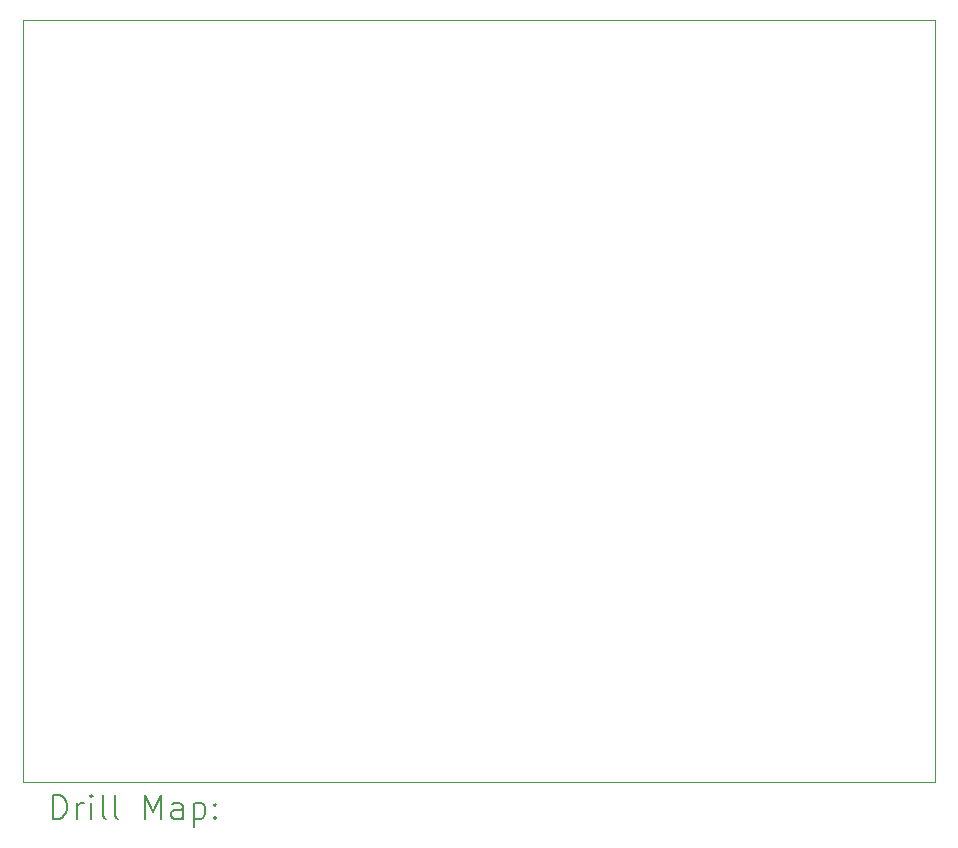
<source format=gbr>
%FSLAX45Y45*%
G04 Gerber Fmt 4.5, Leading zero omitted, Abs format (unit mm)*
G04 Created by KiCad (PCBNEW (6.0.1-0)) date 2022-02-06 09:10:40*
%MOMM*%
%LPD*%
G01*
G04 APERTURE LIST*
%TA.AperFunction,Profile*%
%ADD10C,0.050000*%
%TD*%
%ADD11C,0.200000*%
G04 APERTURE END LIST*
D10*
X19075400Y-7658100D02*
X19074000Y-14104500D01*
X19074000Y-14104500D02*
X11353800Y-14104500D01*
X11353800Y-14104500D02*
X11353800Y-7658100D01*
X11353800Y-7658100D02*
X19075400Y-7658100D01*
D11*
X11608919Y-14417476D02*
X11608919Y-14217476D01*
X11656538Y-14217476D01*
X11685109Y-14227000D01*
X11704157Y-14246048D01*
X11713681Y-14265095D01*
X11723205Y-14303190D01*
X11723205Y-14331762D01*
X11713681Y-14369857D01*
X11704157Y-14388905D01*
X11685109Y-14407952D01*
X11656538Y-14417476D01*
X11608919Y-14417476D01*
X11808919Y-14417476D02*
X11808919Y-14284143D01*
X11808919Y-14322238D02*
X11818443Y-14303190D01*
X11827967Y-14293667D01*
X11847014Y-14284143D01*
X11866062Y-14284143D01*
X11932728Y-14417476D02*
X11932728Y-14284143D01*
X11932728Y-14217476D02*
X11923205Y-14227000D01*
X11932728Y-14236524D01*
X11942252Y-14227000D01*
X11932728Y-14217476D01*
X11932728Y-14236524D01*
X12056538Y-14417476D02*
X12037490Y-14407952D01*
X12027967Y-14388905D01*
X12027967Y-14217476D01*
X12161300Y-14417476D02*
X12142252Y-14407952D01*
X12132728Y-14388905D01*
X12132728Y-14217476D01*
X12389871Y-14417476D02*
X12389871Y-14217476D01*
X12456538Y-14360333D01*
X12523205Y-14217476D01*
X12523205Y-14417476D01*
X12704157Y-14417476D02*
X12704157Y-14312714D01*
X12694633Y-14293667D01*
X12675586Y-14284143D01*
X12637490Y-14284143D01*
X12618443Y-14293667D01*
X12704157Y-14407952D02*
X12685109Y-14417476D01*
X12637490Y-14417476D01*
X12618443Y-14407952D01*
X12608919Y-14388905D01*
X12608919Y-14369857D01*
X12618443Y-14350809D01*
X12637490Y-14341286D01*
X12685109Y-14341286D01*
X12704157Y-14331762D01*
X12799395Y-14284143D02*
X12799395Y-14484143D01*
X12799395Y-14293667D02*
X12818443Y-14284143D01*
X12856538Y-14284143D01*
X12875586Y-14293667D01*
X12885109Y-14303190D01*
X12894633Y-14322238D01*
X12894633Y-14379381D01*
X12885109Y-14398428D01*
X12875586Y-14407952D01*
X12856538Y-14417476D01*
X12818443Y-14417476D01*
X12799395Y-14407952D01*
X12980348Y-14398428D02*
X12989871Y-14407952D01*
X12980348Y-14417476D01*
X12970824Y-14407952D01*
X12980348Y-14398428D01*
X12980348Y-14417476D01*
X12980348Y-14293667D02*
X12989871Y-14303190D01*
X12980348Y-14312714D01*
X12970824Y-14303190D01*
X12980348Y-14293667D01*
X12980348Y-14312714D01*
M02*

</source>
